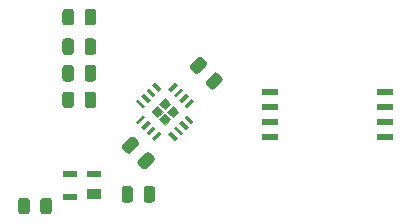
<source format=gtp>
G04 #@! TF.GenerationSoftware,KiCad,Pcbnew,(5.1.6)-1*
G04 #@! TF.CreationDate,2020-09-01T22:28:32+02:00*
G04 #@! TF.ProjectId,UtU,5574552e-6b69-4636-9164-5f7063625858,rev?*
G04 #@! TF.SameCoordinates,Original*
G04 #@! TF.FileFunction,Paste,Top*
G04 #@! TF.FilePolarity,Positive*
%FSLAX46Y46*%
G04 Gerber Fmt 4.6, Leading zero omitted, Abs format (unit mm)*
G04 Created by KiCad (PCBNEW (5.1.6)-1) date 2020-09-01 22:28:32*
%MOMM*%
%LPD*%
G01*
G04 APERTURE LIST*
%ADD10C,0.010000*%
%ADD11C,0.100000*%
%ADD12R,1.449999X0.560000*%
%ADD13R,1.310000X0.550000*%
%ADD14R,1.310000X0.940000*%
G04 APERTURE END LIST*
D10*
G04 #@! TO.C,U2*
G36*
X126617229Y-64750000D02*
G01*
X126150538Y-65216690D01*
X125683848Y-64750000D01*
X126150538Y-64283310D01*
X126617229Y-64750000D01*
G37*
X126617229Y-64750000D02*
X126150538Y-65216690D01*
X125683848Y-64750000D01*
X126150538Y-64283310D01*
X126617229Y-64750000D01*
G36*
X125966690Y-65400538D02*
G01*
X125500000Y-65867229D01*
X125033310Y-65400538D01*
X125500000Y-64933848D01*
X125966690Y-65400538D01*
G37*
X125966690Y-65400538D02*
X125500000Y-65867229D01*
X125033310Y-65400538D01*
X125500000Y-64933848D01*
X125966690Y-65400538D01*
G36*
X125316152Y-64750000D02*
G01*
X124849462Y-65216690D01*
X124382771Y-64750000D01*
X124849462Y-64283310D01*
X125316152Y-64750000D01*
G37*
X125316152Y-64750000D02*
X124849462Y-65216690D01*
X124382771Y-64750000D01*
X124849462Y-64283310D01*
X125316152Y-64750000D01*
G36*
X125966690Y-64099462D02*
G01*
X125500000Y-64566152D01*
X125033310Y-64099462D01*
X125500000Y-63632771D01*
X125966690Y-64099462D01*
G37*
X125966690Y-64099462D02*
X125500000Y-64566152D01*
X125033310Y-64099462D01*
X125500000Y-63632771D01*
X125966690Y-64099462D01*
G04 #@! TD*
D11*
G04 #@! TO.C,U2*
G36*
X127395046Y-65039914D02*
G01*
X127967802Y-65612670D01*
X127741528Y-65838944D01*
X127168772Y-65266188D01*
X127395046Y-65039914D01*
G37*
G36*
X126935427Y-65499534D02*
G01*
X127508183Y-66072290D01*
X127281909Y-66298564D01*
X126709153Y-65725808D01*
X126935427Y-65499534D01*
G37*
G36*
X126475808Y-65959153D02*
G01*
X127048564Y-66531909D01*
X126822290Y-66758183D01*
X126249534Y-66185427D01*
X126475808Y-65959153D01*
G37*
G36*
X126016188Y-66418772D02*
G01*
X126588944Y-66991528D01*
X126362670Y-67217802D01*
X125789914Y-66645046D01*
X126016188Y-66418772D01*
G37*
G36*
X124983812Y-66418772D02*
G01*
X125210086Y-66645046D01*
X124637330Y-67217802D01*
X124411056Y-66991528D01*
X124983812Y-66418772D01*
G37*
G36*
X124524192Y-65959153D02*
G01*
X124750466Y-66185427D01*
X124177710Y-66758183D01*
X123951436Y-66531909D01*
X124524192Y-65959153D01*
G37*
G36*
X124064573Y-65499534D02*
G01*
X124290847Y-65725808D01*
X123718091Y-66298564D01*
X123491817Y-66072290D01*
X124064573Y-65499534D01*
G37*
G36*
X123604954Y-65039914D02*
G01*
X123831228Y-65266188D01*
X123258472Y-65838944D01*
X123032198Y-65612670D01*
X123604954Y-65039914D01*
G37*
G36*
X123258472Y-63661056D02*
G01*
X123831228Y-64233812D01*
X123604954Y-64460086D01*
X123032198Y-63887330D01*
X123258472Y-63661056D01*
G37*
G36*
X123718091Y-63201436D02*
G01*
X124290847Y-63774192D01*
X124064573Y-64000466D01*
X123491817Y-63427710D01*
X123718091Y-63201436D01*
G37*
G36*
X124177710Y-62741817D02*
G01*
X124750466Y-63314573D01*
X124524192Y-63540847D01*
X123951436Y-62968091D01*
X124177710Y-62741817D01*
G37*
G36*
X124637330Y-62282198D02*
G01*
X125210086Y-62854954D01*
X124983812Y-63081228D01*
X124411056Y-62508472D01*
X124637330Y-62282198D01*
G37*
G36*
X126362670Y-62282198D02*
G01*
X126588944Y-62508472D01*
X126016188Y-63081228D01*
X125789914Y-62854954D01*
X126362670Y-62282198D01*
G37*
G36*
X126822290Y-62741817D02*
G01*
X127048564Y-62968091D01*
X126475808Y-63540847D01*
X126249534Y-63314573D01*
X126822290Y-62741817D01*
G37*
G36*
X127281909Y-63201436D02*
G01*
X127508183Y-63427710D01*
X126935427Y-64000466D01*
X126709153Y-63774192D01*
X127281909Y-63201436D01*
G37*
G36*
X127741528Y-63661056D02*
G01*
X127967802Y-63887330D01*
X127395046Y-64460086D01*
X127168772Y-64233812D01*
X127741528Y-63661056D01*
G37*
G04 #@! TD*
D12*
G04 #@! TO.C,U1*
X144130000Y-63095000D03*
X144130000Y-64365000D03*
X144130000Y-65635000D03*
X144130000Y-66905000D03*
X134370000Y-66905000D03*
X134370000Y-65635000D03*
X134370000Y-64365000D03*
X134370000Y-63095000D03*
G04 #@! TD*
G04 #@! TO.C,R2*
G36*
G01*
X118700000Y-61956250D02*
X118700000Y-61043750D01*
G75*
G02*
X118943750Y-60800000I243750J0D01*
G01*
X119431250Y-60800000D01*
G75*
G02*
X119675000Y-61043750I0J-243750D01*
G01*
X119675000Y-61956250D01*
G75*
G02*
X119431250Y-62200000I-243750J0D01*
G01*
X118943750Y-62200000D01*
G75*
G02*
X118700000Y-61956250I0J243750D01*
G01*
G37*
G36*
G01*
X116825000Y-61956250D02*
X116825000Y-61043750D01*
G75*
G02*
X117068750Y-60800000I243750J0D01*
G01*
X117556250Y-60800000D01*
G75*
G02*
X117800000Y-61043750I0J-243750D01*
G01*
X117800000Y-61956250D01*
G75*
G02*
X117556250Y-62200000I-243750J0D01*
G01*
X117068750Y-62200000D01*
G75*
G02*
X116825000Y-61956250I0J243750D01*
G01*
G37*
G04 #@! TD*
G04 #@! TO.C,R1*
G36*
G01*
X117800000Y-63293750D02*
X117800000Y-64206250D01*
G75*
G02*
X117556250Y-64450000I-243750J0D01*
G01*
X117068750Y-64450000D01*
G75*
G02*
X116825000Y-64206250I0J243750D01*
G01*
X116825000Y-63293750D01*
G75*
G02*
X117068750Y-63050000I243750J0D01*
G01*
X117556250Y-63050000D01*
G75*
G02*
X117800000Y-63293750I0J-243750D01*
G01*
G37*
G36*
G01*
X119675000Y-63293750D02*
X119675000Y-64206250D01*
G75*
G02*
X119431250Y-64450000I-243750J0D01*
G01*
X118943750Y-64450000D01*
G75*
G02*
X118700000Y-64206250I0J243750D01*
G01*
X118700000Y-63293750D01*
G75*
G02*
X118943750Y-63050000I243750J0D01*
G01*
X119431250Y-63050000D01*
G75*
G02*
X119675000Y-63293750I0J-243750D01*
G01*
G37*
G04 #@! TD*
G04 #@! TO.C,FB1*
G36*
G01*
X114050000Y-72293750D02*
X114050000Y-73206250D01*
G75*
G02*
X113806250Y-73450000I-243750J0D01*
G01*
X113318750Y-73450000D01*
G75*
G02*
X113075000Y-73206250I0J243750D01*
G01*
X113075000Y-72293750D01*
G75*
G02*
X113318750Y-72050000I243750J0D01*
G01*
X113806250Y-72050000D01*
G75*
G02*
X114050000Y-72293750I0J-243750D01*
G01*
G37*
G36*
G01*
X115925000Y-72293750D02*
X115925000Y-73206250D01*
G75*
G02*
X115681250Y-73450000I-243750J0D01*
G01*
X115193750Y-73450000D01*
G75*
G02*
X114950000Y-73206250I0J243750D01*
G01*
X114950000Y-72293750D01*
G75*
G02*
X115193750Y-72050000I243750J0D01*
G01*
X115681250Y-72050000D01*
G75*
G02*
X115925000Y-72293750I0J-243750D01*
G01*
G37*
G04 #@! TD*
G04 #@! TO.C,D3*
G36*
G01*
X118700000Y-57206250D02*
X118700000Y-56293750D01*
G75*
G02*
X118943750Y-56050000I243750J0D01*
G01*
X119431250Y-56050000D01*
G75*
G02*
X119675000Y-56293750I0J-243750D01*
G01*
X119675000Y-57206250D01*
G75*
G02*
X119431250Y-57450000I-243750J0D01*
G01*
X118943750Y-57450000D01*
G75*
G02*
X118700000Y-57206250I0J243750D01*
G01*
G37*
G36*
G01*
X116825000Y-57206250D02*
X116825000Y-56293750D01*
G75*
G02*
X117068750Y-56050000I243750J0D01*
G01*
X117556250Y-56050000D01*
G75*
G02*
X117800000Y-56293750I0J-243750D01*
G01*
X117800000Y-57206250D01*
G75*
G02*
X117556250Y-57450000I-243750J0D01*
G01*
X117068750Y-57450000D01*
G75*
G02*
X116825000Y-57206250I0J243750D01*
G01*
G37*
G04 #@! TD*
G04 #@! TO.C,D2*
G36*
G01*
X118700000Y-59706250D02*
X118700000Y-58793750D01*
G75*
G02*
X118943750Y-58550000I243750J0D01*
G01*
X119431250Y-58550000D01*
G75*
G02*
X119675000Y-58793750I0J-243750D01*
G01*
X119675000Y-59706250D01*
G75*
G02*
X119431250Y-59950000I-243750J0D01*
G01*
X118943750Y-59950000D01*
G75*
G02*
X118700000Y-59706250I0J243750D01*
G01*
G37*
G36*
G01*
X116825000Y-59706250D02*
X116825000Y-58793750D01*
G75*
G02*
X117068750Y-58550000I243750J0D01*
G01*
X117556250Y-58550000D01*
G75*
G02*
X117800000Y-58793750I0J-243750D01*
G01*
X117800000Y-59706250D01*
G75*
G02*
X117556250Y-59950000I-243750J0D01*
G01*
X117068750Y-59950000D01*
G75*
G02*
X116825000Y-59706250I0J243750D01*
G01*
G37*
G04 #@! TD*
D13*
G04 #@! TO.C,D1*
X117500000Y-70040000D03*
X119500000Y-70040000D03*
D14*
X119500000Y-71760000D03*
D13*
X117500000Y-71960000D03*
G04 #@! TD*
G04 #@! TO.C,C8*
G36*
G01*
X122800000Y-71293750D02*
X122800000Y-72206250D01*
G75*
G02*
X122556250Y-72450000I-243750J0D01*
G01*
X122068750Y-72450000D01*
G75*
G02*
X121825000Y-72206250I0J243750D01*
G01*
X121825000Y-71293750D01*
G75*
G02*
X122068750Y-71050000I243750J0D01*
G01*
X122556250Y-71050000D01*
G75*
G02*
X122800000Y-71293750I0J-243750D01*
G01*
G37*
G36*
G01*
X124675000Y-71293750D02*
X124675000Y-72206250D01*
G75*
G02*
X124431250Y-72450000I-243750J0D01*
G01*
X123943750Y-72450000D01*
G75*
G02*
X123700000Y-72206250I0J243750D01*
G01*
X123700000Y-71293750D01*
G75*
G02*
X123943750Y-71050000I243750J0D01*
G01*
X124431250Y-71050000D01*
G75*
G02*
X124675000Y-71293750I0J-243750D01*
G01*
G37*
G04 #@! TD*
G04 #@! TO.C,C7*
G36*
G01*
X129004419Y-60859184D02*
X128359184Y-61504419D01*
G75*
G02*
X128014470Y-61504419I-172357J172357D01*
G01*
X127669755Y-61159704D01*
G75*
G02*
X127669755Y-60814990I172357J172357D01*
G01*
X128314990Y-60169755D01*
G75*
G02*
X128659704Y-60169755I172357J-172357D01*
G01*
X129004419Y-60514470D01*
G75*
G02*
X129004419Y-60859184I-172357J-172357D01*
G01*
G37*
G36*
G01*
X130330245Y-62185010D02*
X129685010Y-62830245D01*
G75*
G02*
X129340296Y-62830245I-172357J172357D01*
G01*
X128995581Y-62485530D01*
G75*
G02*
X128995581Y-62140816I172357J172357D01*
G01*
X129640816Y-61495581D01*
G75*
G02*
X129985530Y-61495581I172357J-172357D01*
G01*
X130330245Y-61840296D01*
G75*
G02*
X130330245Y-62185010I-172357J-172357D01*
G01*
G37*
G04 #@! TD*
G04 #@! TO.C,C6*
G36*
G01*
X123254419Y-67609184D02*
X122609184Y-68254419D01*
G75*
G02*
X122264470Y-68254419I-172357J172357D01*
G01*
X121919755Y-67909704D01*
G75*
G02*
X121919755Y-67564990I172357J172357D01*
G01*
X122564990Y-66919755D01*
G75*
G02*
X122909704Y-66919755I172357J-172357D01*
G01*
X123254419Y-67264470D01*
G75*
G02*
X123254419Y-67609184I-172357J-172357D01*
G01*
G37*
G36*
G01*
X124580245Y-68935010D02*
X123935010Y-69580245D01*
G75*
G02*
X123590296Y-69580245I-172357J172357D01*
G01*
X123245581Y-69235530D01*
G75*
G02*
X123245581Y-68890816I172357J172357D01*
G01*
X123890816Y-68245581D01*
G75*
G02*
X124235530Y-68245581I172357J-172357D01*
G01*
X124580245Y-68590296D01*
G75*
G02*
X124580245Y-68935010I-172357J-172357D01*
G01*
G37*
G04 #@! TD*
M02*

</source>
